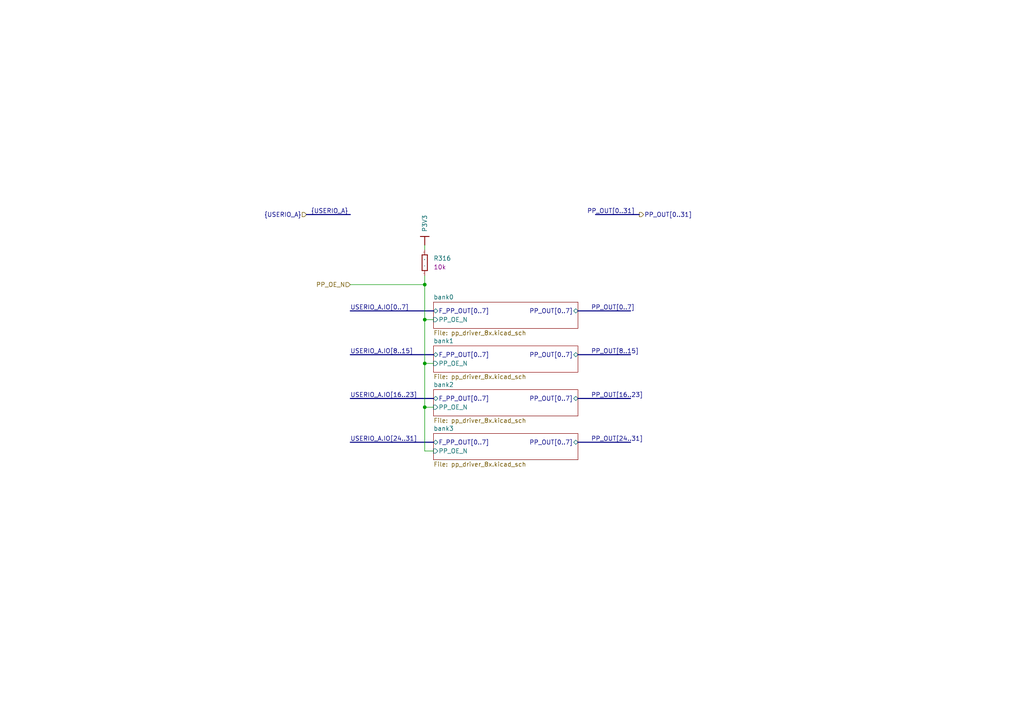
<source format=kicad_sch>
(kicad_sch (version 20250114) (generator "eeschema") (generator_version "9.0")
  (paper "A4")
  (lib_symbols
    (symbol "Resistors SMD:R0402_10K_1%_0.0625W_100PPM" (pin_names (offset 1.27))
      (property "Reference" "R" (at 3.81 1.778 0))
      (property "Description" "±1%" (at 3.81 0 0))
      (property "Val" "10k" (at 3.81 -1.778 0))
      (symbol "R0402_10K_1%_0.0625W_100PPM_0_1"
        (polyline (pts (xy 1.524 0.762) (xy 1.524 -0.762)) (stroke (width 0.254)))
        (polyline (pts (xy 1.524 -0.762) (xy 6.096 -0.762)) (stroke (width 0.254)))
        (polyline (pts (xy 6.096 0.762) (xy 1.524 0.762)) (stroke (width 0.254)))
        (polyline (pts (xy 6.096 -0.762) (xy 6.096 0.762)) (stroke (width 0.254)))
        (pin passive line (at 0 0 0) (length 1.524) (name "1") (number "1"))
        (pin passive line (at 7.62 0 180) (length 1.524) (name "2") (number "2"))
      )
    )
    (symbol "vme-wren:P3V3" (power)
      (property "Value" "P3V3" (at 0 -3.81 0))
      (symbol "P3V3_0_0"
        (polyline (pts (xy -1.27 -2.54) (xy 1.27 -2.54)) (stroke (width 0.254)))
        (polyline (pts (xy 0 0) (xy 0 -2.54)) (stroke (width 0.254)))
        (pin power_in line (at 0 0 0) (length 0) (hide yes) (name "P3V3") (number ""))
      )
    )
  )
  (junction (at 123.19 92.71))
  (junction (at 123.19 118.11))
  (junction (at 123.19 82.55))
  (junction (at 123.19 105.41))
  (wire (pts (xy 123.19 92.71) (xy 125.73 92.71)))
  (bus (pts (xy 167.64 128.27) (xy 182.88 128.27)))
  (bus (pts (xy 167.64 90.17) (xy 182.88 90.17)))
  (wire (pts (xy 123.19 118.11) (xy 125.73 118.11)))
  (bus (pts (xy 101.6 128.27) (xy 125.73 128.27)))
  (wire (pts (xy 123.19 130.81) (xy 123.19 118.11)))
  (bus (pts (xy 167.64 115.57) (xy 182.88 115.57)))
  (wire (pts (xy 123.19 105.41) (xy 123.19 92.71)))
  (wire (pts (xy 123.19 118.11) (xy 123.19 105.41)))
  (bus (pts (xy 101.6 102.87) (xy 125.73 102.87)))
  (bus (pts (xy 101.6 90.17) (xy 125.73 90.17)))
  (wire (pts (xy 123.19 71.12) (xy 123.19 72.39)))
  (bus (pts (xy 101.6 115.57) (xy 125.73 115.57)))
  (wire (pts (xy 123.19 105.41) (xy 125.73 105.41)))
  (wire (pts (xy 123.19 82.55) (xy 123.19 92.71)))
  (wire (pts (xy 125.73 130.81) (xy 123.19 130.81)))
  (bus (pts (xy 88.9 62.23) (xy 101.6 62.23)))
  (bus (pts (xy 185.42 62.23) (xy 172.72 62.23)))
  (wire (pts (xy 101.6 82.55) (xy 123.19 82.55)))
  (wire (pts (xy 123.19 80.01) (xy 123.19 82.55)))
  (bus (pts (xy 167.64 102.87) (xy 182.88 102.87)))
  (label "USERIO_A.IO[16..23]" (at 101.6 115.57 0))
  (label "USERIO_A.IO[0..7]" (at 101.6 90.17 0))
  (label "PP_OUT[0..31]" (at 184.15 62.23 180))
  (label "PP_OUT[16..23]" (at 171.45 115.57 0))
  (label "PP_OUT[24..31]" (at 171.45 128.27 0))
  (label "{USERIO_A}" (at 90.17 62.23 0))
  (label "USERIO_A.IO[8..15]" (at 101.6 102.87 0))
  (label "PP_OUT[8..15]" (at 171.45 102.87 0))
  (label "PP_OUT[0..7]" (at 171.45 90.17 0))
  (label "USERIO_A.IO[24..31]" (at 101.6 128.27 0))
  (hierarchical_label "PP_OE_N" (shape input) (at 101.6 82.55 180))
  (hierarchical_label "{USERIO_A}" (shape input) (at 88.9 62.23 180))
  (hierarchical_label "PP_OUT[0..31]" (shape output) (at 185.42 62.23 0))
  (symbol (lib_id "vme-wren:P3V3") (at 123.19 71.12 180) (unit 1)
    (property "Reference" "#PWR01254" (effects (hide yes)))
    (property "Value" "P3V3" (at 123.19 67.31 90) (effects (justify right)))
  )
  (symbol (lib_id "Resistors SMD:R0402_10K_1%_0.0625W_100PPM") (at 123.19 80.01 90) (unit 1)
    (property "Reference" "R316" (at 125.73 74.9299 90) (effects (justify right)))
    (property "Value" "R0402_10K_1%_0.0625W_100PPM" (effects (hide yes)))
    (property "Footprint" "Resistors SMD:RESC1005X40N" (effects (hide yes)))
    (property "Description" "±1%" (effects (hide yes)))
    (property "Val" "10k" (at 125.73 77.4699 90) (effects (justify right)))
    (property "Part Number" "R0402_10K_1%_0.0625W_100PPM" (effects (hide yes)))
    (property "Library Ref" "Resistor - 1%" (effects (hide yes)))
    (property "Library Path" "SchLib\\Resistors.SchLib" (effects (hide yes)))
    (property "Comment" "10k" (effects (hide yes)))
    (property "Component Kind" "Standard" (effects (hide yes)))
    (property "Component Type" "Standard" (effects (hide yes)))
    (property "PackageDescription" " " (effects (hide yes)))
    (property "Pin Count" "2" (effects (hide yes)))
    (property "Footprint Path" "PcbLib\\Resistors SMD.PcbLib" (effects (hide yes)))
    (property "Footprint Ref" "RESC1005X40N" (effects (hide yes)))
    (property "Status" "Not Recommended" (effects (hide yes)))
    (property "Power" "0.0625W" (effects (hide yes)))
    (property "Voltage" " " (effects (hide yes)))
    (property "Tolerance" "±1%" (effects (hide yes)))
    (property "Part Description" "General Purpose Thick Film Chip Resistor" (effects (hide yes)))
    (property "Manufacturer" "GENERIC" (effects (hide yes)))
    (property "Manufacturer Part Number" "R0402_10K_1%_0.0625W_100PPM" (effects (hide yes)))
    (property "Case" "0402" (effects (hide yes)))
    (property "PressFit" "No" (effects (hide yes)))
    (property "Mounted" "Yes" (effects (hide yes)))
    (property "Sense Comment" " " (effects (hide yes)))
    (property "Sense" "No" (effects (hide yes)))
    (property "Status Comment" " " (effects (hide yes)))
    (property "Socket" "No" (effects (hide yes)))
    (property "SMD" "Yes" (effects (hide yes)))
    (property "ComponentHeight" " " (effects (hide yes)))
    (property "Manufacturer1 Example" "YAGEO PHYCOMP" (effects (hide yes)))
    (property "Manufacturer1 Part Number" "232270671003L" (effects (hide yes)))
    (property "Manufacturer1 ComponentHeight" "0.4mm" (effects (hide yes)))
    (property "Author" "CERN DEM JLC" (effects (hide yes)))
    (property "CreateDate" "12/03/07 00:00:00" (effects (hide yes)))
    (property "LatestRevisionDate" "10/17/12 00:00:00" (effects (hide yes)))
    (property "Database Table Name" "Resistors" (effects (hide yes)))
    (property "Library Name" "Resistors SMD" (effects (hide yes)))
    (property "Footprint Library" "Resistors SMD" (effects (hide yes)))
    (property "License" "CC-BY-SA 4.0" (effects (hide yes)))
  )
  (sheet (at 125.73 87.63) (size 41.91 7.62) (stroke (width 0.1524)) (fill (color 255 255 255 1.0000))
    (property "Sheetname" "bank0" (at 125.73 86.9184 0) (effects (justify left bottom)))
    (property "Sheetfile" "pp_driver_8x.kicad_sch" (at 125.73 95.8346 0) (effects (justify left top)))
    (pin "PP_OE_N" input (at 125.73 92.71 180))
    (pin "F_PP_OUT[0..7]" bidirectional (at 125.73 90.17 180))
    (pin "PP_OUT[0..7]" bidirectional (at 167.64 90.17 0))
  )
  (sheet (at 125.73 100.33) (size 41.91 7.62) (stroke (width 0.1524)) (fill (color 255 255 255 1.0000))
    (property "Sheetname" "bank1" (at 125.73 99.6184 0) (effects (justify left bottom)))
    (property "Sheetfile" "pp_driver_8x.kicad_sch" (at 125.73 108.5346 0) (effects (justify left top)))
    (pin "PP_OE_N" input (at 125.73 105.41 180))
    (pin "F_PP_OUT[0..7]" bidirectional (at 125.73 102.87 180))
    (pin "PP_OUT[0..7]" bidirectional (at 167.64 102.87 0))
  )
  (sheet (at 125.73 113.03) (size 41.91 7.62) (stroke (width 0.1524)) (fill (color 255 255 255 1.0000))
    (property "Sheetname" "bank2" (at 125.73 112.3184 0) (effects (justify left bottom)))
    (property "Sheetfile" "pp_driver_8x.kicad_sch" (at 125.73 121.2346 0) (effects (justify left top)))
    (pin "PP_OE_N" input (at 125.73 118.11 180))
    (pin "F_PP_OUT[0..7]" bidirectional (at 125.73 115.57 180))
    (pin "PP_OUT[0..7]" bidirectional (at 167.64 115.57 0))
  )
  (sheet (at 125.73 125.73) (size 41.91 7.62) (stroke (width 0.1524)) (fill (color 255 255 255 1.0000))
    (property "Sheetname" "bank3" (at 125.73 125.0184 0) (effects (justify left bottom)))
    (property "Sheetfile" "pp_driver_8x.kicad_sch" (at 125.73 133.9346 0) (effects (justify left top)))
    (pin "PP_OE_N" input (at 125.73 130.81 180))
    (pin "F_PP_OUT[0..7]" bidirectional (at 125.73 128.27 180))
    (pin "PP_OUT[0..7]" bidirectional (at 167.64 128.27 0))
  )
)
</source>
